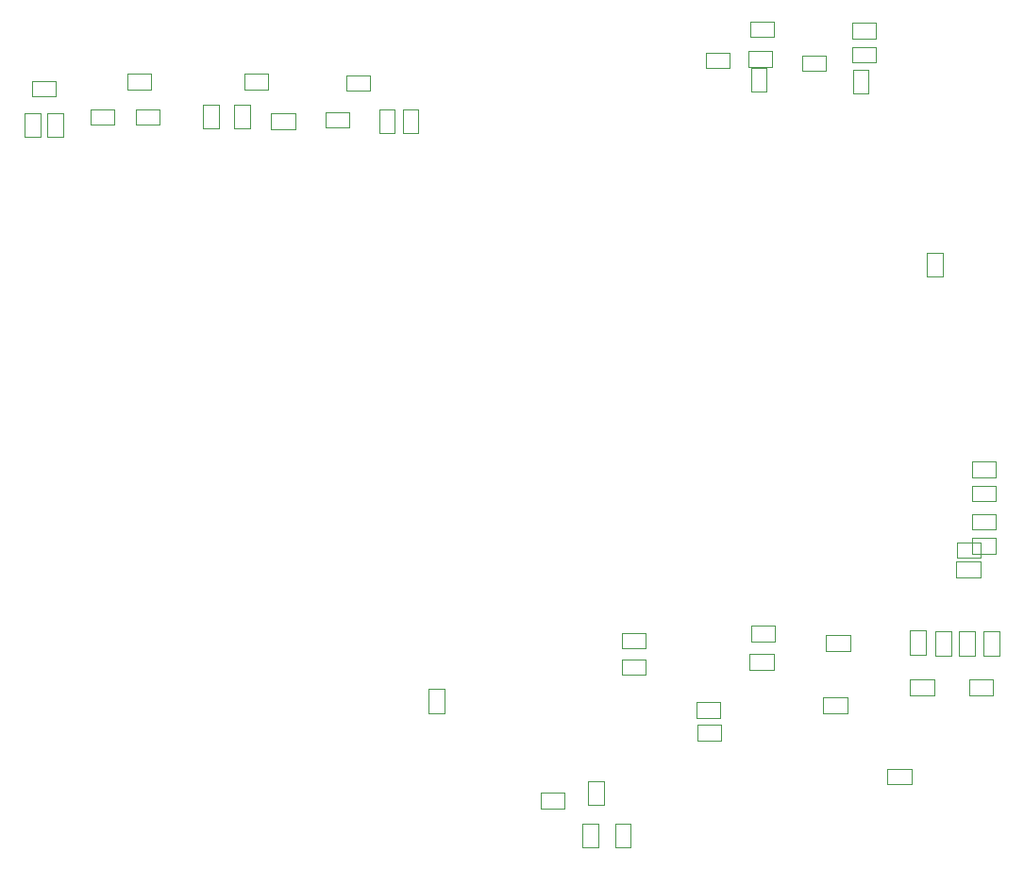
<source format=gm1>
G04*
G04 #@! TF.GenerationSoftware,Altium Limited,Altium Designer,21.5.1 (32)*
G04*
G04 Layer_Color=16711935*
%FSAX24Y24*%
%MOIN*%
G70*
G04*
G04 #@! TF.SameCoordinates,E50B5674-5FFA-4352-8543-23BF37AEB5C9*
G04*
G04*
G04 #@! TF.FilePolarity,Positive*
G04*
G01*
G75*
%ADD113C,0.0039*%
D113*
X041981Y032893D02*
X042532D01*
Y033739D01*
X041981D02*
X042532D01*
X041981Y032893D02*
Y033739D01*
X021477Y040026D02*
X022323D01*
Y039474D02*
Y040026D01*
X021477Y039474D02*
X022323D01*
X021477D02*
Y040026D01*
X016976Y038127D02*
Y038973D01*
X016424Y038127D02*
X016976D01*
X016424D02*
Y038973D01*
X016976D01*
X013727Y039524D02*
Y040076D01*
Y039524D02*
X014573D01*
Y040076D01*
X013727D02*
X014573D01*
X011223Y039274D02*
Y039826D01*
X010377D02*
X011223D01*
X010377Y039274D02*
Y039826D01*
Y039274D02*
X011223D01*
X010924Y037827D02*
X011476D01*
Y038673D01*
X010924D02*
X011476D01*
X010924Y037827D02*
Y038673D01*
X010124Y038673D02*
X010676D01*
X010124Y037827D02*
Y038673D01*
Y037827D02*
X010676D01*
Y038673D01*
X031526Y012727D02*
Y013573D01*
X030974Y012727D02*
X031526D01*
X030974D02*
Y013573D01*
X031526D01*
X030376Y012727D02*
Y013573D01*
X029824Y012727D02*
X030376D01*
X029824D02*
Y013573D01*
X030376D01*
X030024Y015073D02*
X030576D01*
X030024Y014227D02*
Y015073D01*
Y014227D02*
X030576D01*
Y015073D01*
X032058Y018837D02*
Y019388D01*
X031211D02*
X032058D01*
X031211Y018837D02*
Y019388D01*
Y018837D02*
X032058D01*
X031211Y019774D02*
Y020326D01*
Y019774D02*
X032058D01*
Y020326D01*
X031211D02*
X032058D01*
X033827Y017324D02*
X034673D01*
X033827D02*
Y017876D01*
X034673D01*
Y017324D02*
Y017876D01*
X033877Y017076D02*
X034723D01*
Y016524D02*
Y017076D01*
X033877Y016524D02*
X034723D01*
X033877D02*
Y017076D01*
X035777Y020024D02*
X036623D01*
X035777D02*
Y020576D01*
X036623D01*
Y020024D02*
Y020576D01*
X035717Y019015D02*
X036583D01*
X035717D02*
Y019585D01*
X036583Y019015D02*
Y019585D01*
X035717D02*
X036583D01*
X043477Y018124D02*
Y018676D01*
Y018124D02*
X044323D01*
Y018676D01*
X043477D02*
X044323D01*
X041365Y019537D02*
Y020403D01*
X041935D01*
X041365Y019537D02*
X041935D01*
Y020403D01*
X042265Y019517D02*
Y020383D01*
X042835D01*
X042265Y019517D02*
X042835D01*
Y020383D01*
X043577Y023124D02*
X044423D01*
Y023676D01*
X043577D02*
X044423D01*
X043577Y023124D02*
Y023676D01*
Y024526D02*
X044423D01*
Y023974D02*
Y024526D01*
X043577Y023974D02*
Y024526D01*
Y023974D02*
X044423D01*
X043115Y019517D02*
Y020383D01*
X043685D01*
X043115Y019517D02*
X043685D01*
Y020383D01*
X043965Y019517D02*
Y020383D01*
X044535D01*
X043965Y019517D02*
X044535D01*
Y020383D01*
X043017Y022265D02*
X043883D01*
X043017D02*
Y022835D01*
X043883Y022265D02*
Y022835D01*
X043017D02*
X043883D01*
X043873Y022974D02*
Y023526D01*
X043027D02*
X043873D01*
X043027Y022974D02*
Y023526D01*
Y022974D02*
X043873D01*
X035727Y041374D02*
Y041926D01*
X036573D01*
Y041374D02*
Y041926D01*
X035727Y041374D02*
X036573D01*
X021573Y038174D02*
Y038726D01*
X020727Y038174D02*
X021573D01*
X020727D02*
Y038726D01*
X021573D01*
X014027Y038826D02*
X014873D01*
X014027Y038274D02*
Y038826D01*
Y038274D02*
X014873D01*
Y038826D01*
X041433Y014974D02*
Y015526D01*
X040587Y014974D02*
X041433D01*
X040587D02*
Y015526D01*
X041433D01*
X043577Y025824D02*
X044423D01*
Y026376D01*
X043577D02*
X044423D01*
X043577Y025824D02*
Y026376D01*
X044323Y018124D02*
Y018676D01*
X043477D02*
X044323D01*
X043477Y018124D02*
Y018676D01*
Y018124D02*
X044323D01*
X030974Y012727D02*
Y013573D01*
X031526D01*
X030974Y012727D02*
X031526D01*
Y013573D01*
X029824Y012727D02*
Y013573D01*
Y012727D02*
X030376D01*
Y013573D01*
X029824D02*
X030376D01*
X043577Y024974D02*
Y025526D01*
X044423D01*
Y024974D02*
Y025526D01*
X043577Y024974D02*
X044423D01*
X034177Y040826D02*
X035023D01*
Y040274D02*
Y040826D01*
X034177Y040274D02*
X035023D01*
X034177D02*
Y040826D01*
X035677Y040876D02*
X036523D01*
Y040324D02*
Y040876D01*
X035677Y040324D02*
X036523D01*
X035677D02*
Y040876D01*
X035774Y039427D02*
Y040273D01*
X036326D01*
X035774Y039427D02*
X036326D01*
Y040273D01*
X037577Y040726D02*
X038423D01*
Y040174D02*
Y040726D01*
X037577Y040174D02*
X038423D01*
X037577D02*
Y040726D01*
X039327Y041026D02*
X040173D01*
Y040474D02*
Y041026D01*
X039327Y040474D02*
X040173D01*
X039327D02*
Y041026D01*
X039926Y039377D02*
Y040223D01*
X039374Y039377D02*
X039926D01*
X039374Y040223D02*
X039926D01*
X039374Y039377D02*
Y040223D01*
X040173Y041324D02*
Y041876D01*
X039327Y041324D02*
X040173D01*
X039327D02*
Y041876D01*
X040173D01*
X038317Y017465D02*
X039183D01*
Y018035D01*
X038317Y017465D02*
Y018035D01*
X039183D01*
X041367Y018685D02*
X042233D01*
X041367Y018115D02*
Y018685D01*
X042233Y018115D02*
Y018685D01*
X041367Y018115D02*
X042233D01*
X028327Y014124D02*
Y014676D01*
X029173D01*
Y014124D02*
Y014676D01*
X028327Y014124D02*
X029173D01*
X024935Y017467D02*
Y018333D01*
X024365D02*
X024935D01*
X024365Y017467D02*
X024935D01*
X024365D02*
Y018333D01*
X022631Y038823D02*
X023182D01*
X022631Y037977D02*
Y038823D01*
Y037977D02*
X023182D01*
Y038823D01*
X018723Y039524D02*
Y040076D01*
X017877D02*
X018723D01*
X017877Y039524D02*
Y040076D01*
Y039524D02*
X018723D01*
X023474Y038823D02*
X024026D01*
X023474Y037977D02*
Y038823D01*
Y037977D02*
X024026D01*
Y038823D01*
X017524Y038973D02*
X018076D01*
X017524Y038127D02*
Y038973D01*
Y038127D02*
X018076D01*
Y038973D01*
X012427Y038274D02*
X013273D01*
X012427D02*
Y038826D01*
X013273Y038274D02*
Y038826D01*
X012427D02*
X013273D01*
X041367Y018685D02*
X042233D01*
Y018115D02*
Y018685D01*
X041367Y018115D02*
Y018685D01*
Y018115D02*
X042233D01*
X038417Y019665D02*
X039283D01*
X038417D02*
Y020235D01*
X039283Y019665D02*
Y020235D01*
X038417D02*
X039283D01*
X018822Y038676D02*
X019669D01*
Y038124D02*
Y038676D01*
X018822Y038124D02*
Y038676D01*
Y038124D02*
X019669D01*
M02*

</source>
